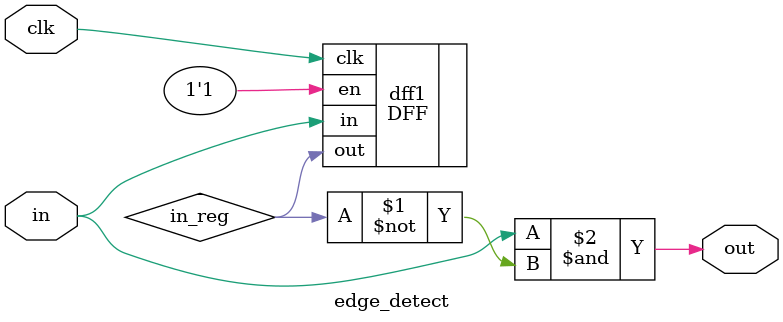
<source format=v>
module edge_detect(clk, in, out);

	input clk;
	input in;
	output out;

	wire in_reg;

	DFF dff1(.clk(clk), .en(1'b1), .in(in), .out(in_reg));

	// "out" is high only if "in" wasn't
	// high in the previous cycle.
	assign out = in & (~in_reg);

endmodule
</source>
